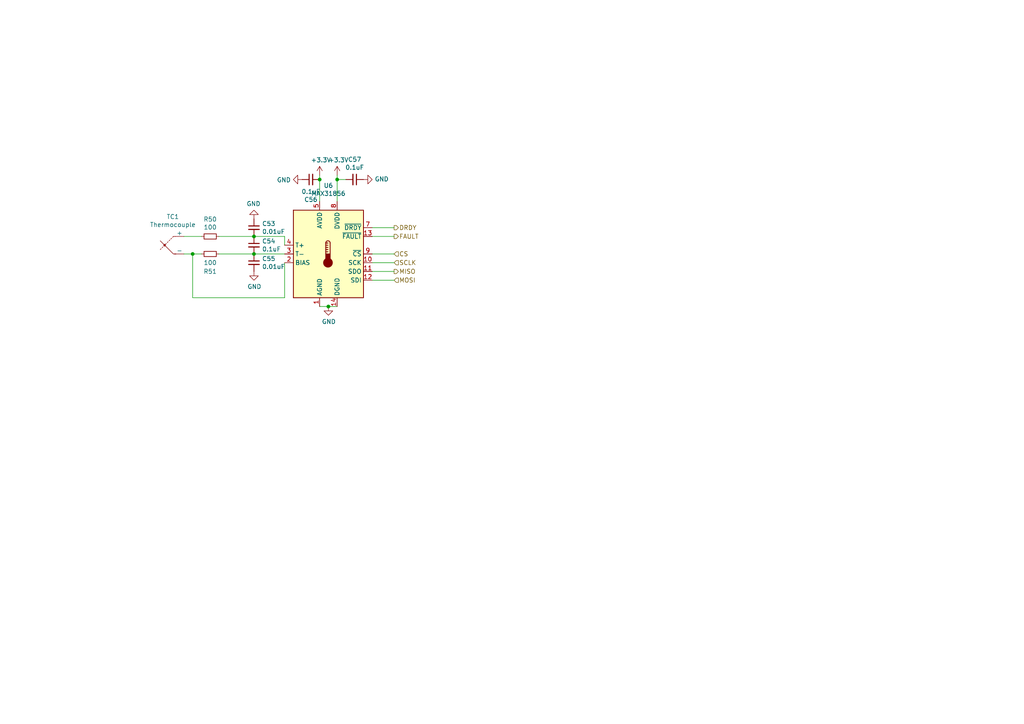
<source format=kicad_sch>
(kicad_sch (version 20231120) (generator "eeschema") (generator_version "8.0")
  (paper "A4")
  (lib_symbols
    (symbol "Device:C_Small" (pin_numbers hide) (pin_names (offset 0.254) hide)
      (property "Reference" "C" (at 0.254 1.778 0))
      (property "Value" "C_Small" (at 0.254 -2.032 0))
      (symbol "C_Small_0_1"
        (polyline (pts (xy -1.524 -0.508) (xy 1.524 -0.508)) (stroke (width 0.3302)))
        (polyline (pts (xy -1.524 0.508) (xy 1.524 0.508)) (stroke (width 0.3048)))
      )
      (symbol "C_Small_1_1"
        (pin passive line (at 0 2.54 270) (length 2.032) (name "~") (number "1"))
        (pin passive line (at 0 -2.54 90) (length 2.032) (name "~") (number "2"))
      )
    )
    (symbol "Device:R_Small" (pin_numbers hide) (pin_names (offset 0.254) hide)
      (property "Reference" "R" (at 0.762 0.508 0))
      (property "Value" "R_Small" (at 0.762 -1.016 0))
      (symbol "R_Small_0_1"
        (rectangle (start -0.762 1.778) (end 0.762 -1.778) (stroke (width 0.2032)))
      )
      (symbol "R_Small_1_1"
        (pin passive line (at 0 2.54 270) (length 0.762) (name "~") (number "1"))
        (pin passive line (at 0 -2.54 90) (length 0.762) (name "~") (number "2"))
      )
    )
    (symbol "Device:Thermocouple" (pin_numbers hide) (pin_names (offset 0))
      (property "Reference" "TC" (at -3.048 3.81 0))
      (property "Value" "Thermocouple" (at -5.08 -4.064 0))
      (symbol "Thermocouple_0_1"
        (circle (center -3.048 0) (radius 0.254) (fill (type outline)))
        (polyline (pts (xy -4.064 -1.016) (xy -4.318 -1.27)))
        (polyline (pts (xy -3.556 -0.508) (xy -3.81 -0.762)))
        (polyline (pts (xy -3.048 0) (xy -3.302 -0.254)))
        (polyline (pts (xy -2.54 0.508) (xy -2.794 0.254)))
        (polyline (pts (xy -2.032 1.016) (xy -2.286 0.762)))
        (polyline (pts (xy -1.524 1.524) (xy -1.778 1.27)))
        (polyline (pts (xy -1.016 2.032) (xy -1.27 1.778)))
        (polyline (pts (xy -0.508 2.54) (xy -0.762 2.286)))
        (polyline (pts (xy 0 -2.54) (xy -0.254 -2.54)))
        (polyline (pts (xy 0 2.54) (xy -0.508 2.54)))
        (polyline (pts (xy 0.254 -2.54) (xy -0.508 -2.54) (xy -4.318 1.27)))
      )
      (symbol "Thermocouple_1_1"
        (pin passive line (at 2.54 2.54 180) (length 2.54) (name "+") (number "1"))
        (pin passive line (at 2.54 -2.54 180) (length 2.54) (name "-") (number "2"))
      )
    )
    (symbol "Sensor_Temperature:MAX31856"
      (property "Reference" "U" (at -7.62 13.97 0))
      (property "Value" "MAX31856" (at 13.97 13.97 0))
      (symbol "MAX31856_0_1"
        (rectangle (start -10.16 12.7) (end 10.16 -12.7) (stroke (width 0.254)) (fill (type background)))
        (circle (center -0.127 -2.54) (radius 1.27) (stroke (width 0.254)) (fill (type outline)))
        (polyline (pts (xy -0.762 0.635) (xy -0.127 0.635)) (stroke (width 0.254)))
        (polyline (pts (xy -0.762 1.27) (xy -0.127 1.27)) (stroke (width 0.254)))
        (polyline (pts (xy -0.762 1.905) (xy -0.127 1.905)) (stroke (width 0.254)))
        (polyline (pts (xy -0.762 2.54) (xy -0.127 2.54)) (stroke (width 0.254)))
        (polyline (pts (xy -0.762 3.175) (xy -0.762 0)) (stroke (width 0.254)))
        (polyline (pts (xy -0.762 3.175) (xy -0.127 3.175)) (stroke (width 0.254)))
        (polyline (pts (xy 0.508 3.175) (xy 0.508 0)) (stroke (width 0.254)))
        (rectangle (start 0.508 -1.905) (end -0.762 0) (stroke (width 0.254)) (fill (type outline)))
        (arc (start 0.508 3.175) (mid -0.127 3.8073) (end -0.762 3.175) (stroke (width 0.254)))
      )
      (symbol "MAX31856_1_1"
        (pin power_in line (at -2.54 -15.24 90) (length 2.54) (name "AGND") (number "1"))
        (pin input line (at 12.7 -2.54 180) (length 2.54) (name "SCK") (number "10"))
        (pin output line (at 12.7 -5.08 180) (length 2.54) (name "SDO") (number "11"))
        (pin input line (at 12.7 -7.62 180) (length 2.54) (name "SDI") (number "12"))
        (pin output line (at 12.7 5.08 180) (length 2.54) (name "~{FAULT}") (number "13"))
        (pin power_in line (at 2.54 -15.24 90) (length 2.54) (name "DGND") (number "14"))
        (pin input line (at -12.7 -2.54 0) (length 2.54) (name "BIAS") (number "2"))
        (pin input line (at -12.7 0 0) (length 2.54) (name "T-") (number "3"))
        (pin input line (at -12.7 2.54 0) (length 2.54) (name "T+") (number "4"))
        (pin power_in line (at -2.54 15.24 270) (length 2.54) (name "AVDD") (number "5"))
        (pin no_connect line (at -10.16 -7.62 0) (length 2.54) hide (name "DNC") (number "6"))
        (pin output line (at 12.7 7.62 180) (length 2.54) (name "~{DRDY}") (number "7"))
        (pin power_in line (at 2.54 15.24 270) (length 2.54) (name "DVDD") (number "8"))
        (pin input line (at 12.7 0 180) (length 2.54) (name "~{CS}") (number "9"))
      )
    )
    (symbol "analogue-cache:+3.3V" (power) (pin_names (offset 0))
      (property "Value" "+3.3V" (at 0 3.556 0))
      (symbol "+3.3V_0_1"
        (polyline (pts (xy -0.762 1.27) (xy 0 2.54)))
        (polyline (pts (xy 0 0) (xy 0 2.54)))
        (polyline (pts (xy 0 2.54) (xy 0.762 1.27)))
      )
      (symbol "+3.3V_1_1"
        (pin power_in line (at 0 0 90) (length 0) hide (name "+3V3") (number "1"))
      )
    )
    (symbol "power:GND" (power) (pin_names (offset 0))
      (property "Value" "GND" (at 0 -3.81 0))
      (symbol "GND_0_1"
        (polyline (pts (xy 0 0) (xy 0 -1.27) (xy 1.27 -1.27) (xy 0 -2.54) (xy -1.27 -1.27) (xy 0 -1.27)))
      )
      (symbol "GND_1_1"
        (pin power_in line (at 0 0 270) (length 0) hide (name "GND") (number "1"))
      )
    )
  )
  (junction (at 92.71 52.07))
  (junction (at 73.66 73.66))
  (junction (at 55.88 73.66))
  (junction (at 95.25 88.9))
  (junction (at 97.79 52.07))
  (junction (at 73.66 68.58))
  (wire (pts (xy 55.88 73.66) (xy 58.42 73.66)))
  (wire (pts (xy 73.66 73.66) (xy 82.55 73.66)))
  (wire (pts (xy 73.66 68.58) (xy 82.55 68.58)))
  (wire (pts (xy 53.34 73.66) (xy 55.88 73.66)))
  (wire (pts (xy 97.79 52.07) (xy 97.79 50.8)))
  (wire (pts (xy 97.79 88.9) (xy 95.25 88.9)))
  (wire (pts (xy 92.71 52.07) (xy 92.71 58.42)))
  (wire (pts (xy 63.5 73.66) (xy 73.66 73.66)))
  (wire (pts (xy 114.3 78.74) (xy 107.95 78.74)))
  (wire (pts (xy 92.71 52.07) (xy 92.71 50.8)))
  (wire (pts (xy 97.79 52.07) (xy 97.79 58.42)))
  (wire (pts (xy 114.3 81.28) (xy 107.95 81.28)))
  (wire (pts (xy 55.88 86.36) (xy 55.88 73.66)))
  (wire (pts (xy 82.55 76.2) (xy 82.55 86.36)))
  (wire (pts (xy 100.33 52.07) (xy 97.79 52.07)))
  (wire (pts (xy 58.42 68.58) (xy 53.34 68.58)))
  (wire (pts (xy 63.5 68.58) (xy 73.66 68.58)))
  (wire (pts (xy 107.95 68.58) (xy 114.3 68.58)))
  (wire (pts (xy 82.55 68.58) (xy 82.55 71.12)))
  (wire (pts (xy 82.55 86.36) (xy 55.88 86.36)))
  (wire (pts (xy 114.3 73.66) (xy 107.95 73.66)))
  (wire (pts (xy 107.95 76.2) (xy 114.3 76.2)))
  (wire (pts (xy 114.3 66.04) (xy 107.95 66.04)))
  (wire (pts (xy 92.71 88.9) (xy 95.25 88.9)))
  (hierarchical_label "MOSI" (shape input) (at 114.3 81.28 0))
  (hierarchical_label "MISO" (shape output) (at 114.3 78.74 0))
  (hierarchical_label "FAULT" (shape output) (at 114.3 68.58 0))
  (hierarchical_label "CS" (shape input) (at 114.3 73.66 0))
  (hierarchical_label "DRDY" (shape output) (at 114.3 66.04 0))
  (hierarchical_label "SCLK" (shape input) (at 114.3 76.2 0))
  (symbol (lib_id "Sensor_Temperature:MAX31856") (at 95.25 73.66 0) (unit 1)
    (property "Reference" "U6" (at 95.25 53.8226 0))
    (property "Value" "MAX31856" (at 95.25 56.134 0))
    (property "Footprint" "Package_SO:TSSOP-14_4.4x5mm_P0.65mm" (effects (hide yes)))
    (property "Datasheet" "https://datasheets.maximintegrated.com/en/ds/MAX31856.pdf" (effects (hide yes)))
    (instances (project "Ricardo-Kermit-Mini" (path "" (reference "U6") (unit 1)) (path "" (reference "U7") (unit 1))))
  )
  (symbol (lib_id "power:GND") (at 95.25 88.9 0) (unit 1)
    (property "Reference" "#PWR0113" (effects (hide yes)))
    (property "Value" "GND" (at 95.377 93.2942 0))
    (instances (project "Ricardo-Kermit-Mini" (path "" (reference "#PWR0113") (unit 1)) (path "" (reference "#PWR0120") (unit 1))))
  )
  (symbol (lib_id "analogue-cache:+3.3V") (at 92.71 50.8 0) (unit 1)
    (property "Reference" "#PWR0112" (effects (hide yes)))
    (property "Value" "+3.3V" (at 93.091 46.4058 0))
    (instances (project "Ricardo-Kermit-Mini" (path "" (reference "#PWR0112") (unit 1)) (path "" (reference "#PWR0119") (unit 1))))
  )
  (symbol (lib_id "Device:C_Small") (at 90.17 52.07 90) (unit 1)
    (property "Reference" "C56" (at 90.17 57.8866 90))
    (property "Value" "0.1uF" (at 90.17 55.5752 90))
    (property "Footprint" "Capacitor_SMD:C_0402_1005Metric" (effects (hide yes)))
    (instances (project "Ricardo-Kermit-Mini" (path "" (reference "C56") (unit 1)) (path "" (reference "C61") (unit 1))))
  )
  (symbol (lib_id "power:GND") (at 87.63 52.07 270) (unit 1)
    (property "Reference" "#PWR0111" (effects (hide yes)))
    (property "Value" "GND" (at 84.3788 52.197 90) (effects (justify right)))
    (instances (project "Ricardo-Kermit-Mini" (path "" (reference "#PWR0111") (unit 1)) (path "" (reference "#PWR0118") (unit 1))))
  )
  (symbol (lib_id "Device:Thermocouple") (at 50.8 71.12 0) (unit 1)
    (property "Reference" "TC1" (at 50.1142 62.865 0))
    (property "Value" "Thermocouple" (at 50.1142 65.1764 0))
    (property "Footprint" "TerminalBlock_TE-Connectivity:TerminalBlock_TE_282834-2_1x02_P2.54mm_Horizontal" (effects (hide yes)))
    (instances (project "Ricardo-Kermit-Mini" (path "" (reference "TC1") (unit 1)) (path "" (reference "TC2") (unit 1))))
  )
  (symbol (lib_id "Device:R_Small") (at 60.96 68.58 270) (unit 1)
    (property "Reference" "R50" (at 60.96 63.6016 90))
    (property "Value" "100" (at 60.96 65.913 90))
    (property "Footprint" "Resistor_SMD:R_0402_1005Metric" (effects (hide yes)))
    (instances (project "Ricardo-Kermit-Mini" (path "" (reference "R50") (unit 1)) (path "" (reference "R52") (unit 1))))
  )
  (symbol (lib_id "Device:R_Small") (at 60.96 73.66 90) (unit 1)
    (property "Reference" "R51" (at 60.96 78.74 90))
    (property "Value" "100" (at 60.96 76.2 90))
    (property "Footprint" "Resistor_SMD:R_0402_1005Metric" (effects (hide yes)))
    (instances (project "Ricardo-Kermit-Mini" (path "" (reference "R51") (unit 1)) (path "" (reference "R53") (unit 1))))
  )
  (symbol (lib_id "Device:C_Small") (at 73.66 71.12 0) (unit 1)
    (property "Reference" "C54" (at 75.9968 69.9516 0) (effects (justify left)))
    (property "Value" "0.1uF" (at 75.9968 72.263 0) (effects (justify left)))
    (property "Footprint" "Capacitor_SMD:C_0402_1005Metric" (effects (hide yes)))
    (instances (project "Ricardo-Kermit-Mini" (path "" (reference "C54") (unit 1)) (path "" (reference "C59") (unit 1))))
  )
  (symbol (lib_id "Device:C_Small") (at 73.66 66.04 0) (unit 1)
    (property "Reference" "C53" (at 75.9968 64.8716 0) (effects (justify left)))
    (property "Value" "0.01uF" (at 75.9968 67.183 0) (effects (justify left)))
    (property "Footprint" "Capacitor_SMD:C_0402_1005Metric" (effects (hide yes)))
    (instances (project "Ricardo-Kermit-Mini" (path "" (reference "C53") (unit 1)) (path "" (reference "C58") (unit 1))))
  )
  (symbol (lib_id "Device:C_Small") (at 73.66 76.2 0) (unit 1)
    (property "Reference" "C55" (at 75.9968 75.0316 0) (effects (justify left)))
    (property "Value" "0.01uF" (at 75.9968 77.343 0) (effects (justify left)))
    (property "Footprint" "Capacitor_SMD:C_0402_1005Metric" (effects (hide yes)))
    (instances (project "Ricardo-Kermit-Mini" (path "" (reference "C55") (unit 1)) (path "" (reference "C60") (unit 1))))
  )
  (symbol (lib_id "power:GND") (at 73.66 78.74 0) (unit 1)
    (property "Reference" "#PWR0110" (effects (hide yes)))
    (property "Value" "GND" (at 73.787 83.1342 0))
    (instances (project "Ricardo-Kermit-Mini" (path "" (reference "#PWR0110") (unit 1)) (path "" (reference "#PWR0117") (unit 1))))
  )
  (symbol (lib_id "power:GND") (at 73.66 63.5 180) (unit 1)
    (property "Reference" "#PWR0109" (effects (hide yes)))
    (property "Value" "GND" (at 73.533 59.1058 0))
    (instances (project "Ricardo-Kermit-Mini" (path "" (reference "#PWR0109") (unit 1)) (path "" (reference "#PWR0116") (unit 1))))
  )
  (symbol (lib_id "power:GND") (at 105.41 52.07 90) (unit 1)
    (property "Reference" "#PWR0115" (effects (hide yes)))
    (property "Value" "GND" (at 108.6612 51.943 90) (effects (justify right)))
    (instances (project "Ricardo-Kermit-Mini" (path "" (reference "#PWR0115") (unit 1)) (path "" (reference "#PWR0122") (unit 1))))
  )
  (symbol (lib_id "analogue-cache:+3.3V") (at 97.79 50.8 0) (unit 1)
    (property "Reference" "#PWR0114" (effects (hide yes)))
    (property "Value" "+3.3V" (at 98.171 46.4058 0))
    (instances (project "Ricardo-Kermit-Mini" (path "" (reference "#PWR0114") (unit 1)) (path "" (reference "#PWR0121") (unit 1))))
  )
  (symbol (lib_id "Device:C_Small") (at 102.87 52.07 270) (unit 1)
    (property "Reference" "C57" (at 102.87 46.2534 90))
    (property "Value" "0.1uF" (at 102.87 48.5648 90))
    (property "Footprint" "Capacitor_SMD:C_0402_1005Metric" (effects (hide yes)))
    (instances (project "Ricardo-Kermit-Mini" (path "" (reference "C57") (unit 1)) (path "" (reference "C62") (unit 1))))
  )
)
</source>
